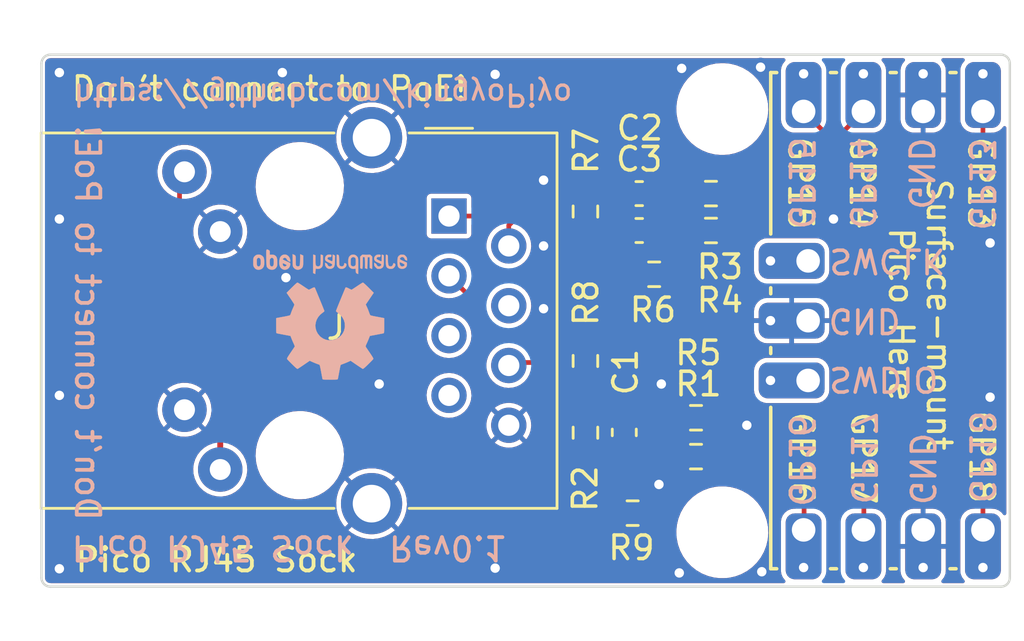
<source format=kicad_pcb>
(kicad_pcb (version 20211014) (generator pcbnew)
  (layers (0 "F.Cu" signal) (31 "B.Cu" signal) (34 "B.Paste" user) (35 "F.Paste" user) (36 "B.SilkS" user "B.Silkscreen") (37 "F.SilkS" user "F.Silkscreen") (38 "B.Mask" user) (39 "F.Mask" user) (44 "Edge.Cuts" user))
  (net 0 "")
  (net 1 "GND")
  (net 2 "Net-(C1-Pad2)")
  (net 3 "Net-(J4-PadR1)")
  (net 4 "Net-(C2-Pad2)")
  (net 5 "Net-(J4-PadR2)")
  (net 6 "Net-(C3-Pad2)")
  (net 7 "/LED_G")
  (net 8 "/TD-")
  (net 9 "/TD+")
  (net 12 "/RD+")
  (net 13 "/RD-")
  (net 14 "/LED_Y")
  (net 15 "Net-(J4-PadL1)")
  (net 16 "Net-(J4-PadL4)")
  (net 17 "Net-(J4-PadR3)")
  (footprint "" (layer "F.Cu") (at 185.0136 103.2906)
    (fp_text reference "" (at 0 0) (layer "F.SilkS") (effects (font (size 1.27 1.27))))
    (fp_text value "" (at 0 0) (layer "F.SilkS") (effects (font (size 1.27 1.27))))
    (pad "" np_thru_hole circle locked (at 0 0) (size 2.1 2.1) (drill 2.1) (layers F&B.Cu *.Mask) (clearance 0.9))
  )
  (footprint "rj45-sock:castellated_2.54mm_smd_x3" (layer "F.Cu") (at 188.66 94.299 -90)
    (fp_text reference "J2" hide)
    (fp_text value "Conn_01x03")
    (pad "1" thru_hole roundrect (at -2.54 0 270) (size 1.524 2.8) (drill 1 (offset 0 0.7)) (layers *.Cu *.Mask))
    (pad "1" thru_hole circle (at -2.54 1.6 270) (size 0.6 0.6) (drill 0.4) (layers *.Cu *.Mask))
    (pad "2" thru_hole roundrect (at 0 0 270) (size 1.524 2.8) (drill 1 (offset 0 0.7)) (layers *.Cu *.Mask) (net 1 "GND"))
    (pad "2" thru_hole circle (at 0 1.6 270) (size 0.6 0.6) (drill 0.4) (layers *.Cu *.Mask) (net 1 "GND"))
    (pad "3" thru_hole roundrect (at 2.54 0 270) (size 1.524 2.8) (drill 1 (offset 0 0.7)) (layers *.Cu *.Mask))
    (pad "3" thru_hole circle (at 2.54 1.6 270) (size 0.6 0.6) (drill 0.4) (layers *.Cu *.Mask))
  )
  (footprint "Capacitor_SMD:C_0603_1608Metric" (layer "F.Cu") (at 181.483 90.468)
    (fp_text reference "C3" (at 0 -3.027) (layer "F.SilkS"))
    (fp_text value "10n")
    (pad "1" smd roundrect (at -0.775 0) (size 0.9 0.95) (layers "F.Cu" "F.Paste" "F.Mask") (net 5 "Net-(J4-PadR2)"))
    (pad "2" smd roundrect (at 0.775 0) (size 0.9 0.95) (layers "F.Cu" "F.Paste" "F.Mask") (net 6 "Net-(C3-Pad2)"))
  )
  (footprint "Resistor_SMD:R_0603_1608Metric" (layer "F.Cu") (at 181.2036 102.4778 180)
    (fp_text reference "R9" (at 0.0508 -1.4732) (layer "F.SilkS"))
    (fp_text value "470")
    (pad "1" smd roundrect (at -0.825 0 180) (size 0.8 0.95) (layers "F.Cu" "F.Paste" "F.Mask") (net 14 "/LED_Y"))
    (pad "2" smd roundrect (at 0.825 0 180) (size 0.8 0.95) (layers "F.Cu" "F.Paste" "F.Mask") (net 15 "Net-(J4-PadL1)"))
  )
  (footprint "Resistor_SMD:R_0603_1608Metric" (layer "F.Cu") (at 183.896 100.076 180)
    (fp_text reference "R1" (at -0.1016 3.0846) (layer "F.SilkS"))
    (fp_text value "3.3k")
    (pad "1" smd roundrect (at -0.825 0 180) (size 0.8 0.95) (layers "F.Cu" "F.Paste" "F.Mask") (net 13 "/RD-"))
    (pad "2" smd roundrect (at 0.825 0 180) (size 0.8 0.95) (layers "F.Cu" "F.Paste" "F.Mask") (net 2 "Net-(C1-Pad2)"))
  )
  (footprint "Resistor_SMD:R_0603_1608Metric" (layer "F.Cu") (at 179.197 96.012 -90)
    (fp_text reference "R8" (at -2.475 -0.0254 90) (layer "F.SilkS"))
    (fp_text value "100")
    (pad "1" smd roundrect (at -0.825 0 270) (size 0.8 0.95) (layers "F.Cu" "F.Paste" "F.Mask") (net 17 "Net-(J4-PadR3)"))
    (pad "2" smd roundrect (at 0.825 0 270) (size 0.8 0.95) (layers "F.Cu" "F.Paste" "F.Mask") (net 2 "Net-(C1-Pad2)"))
  )
  (footprint "Capacitor_SMD:C_0603_1608Metric" (layer "F.Cu") (at 180.848 99.047 90)
    (fp_text reference "C1" (at 2.5636 0.0508 90) (layer "F.SilkS"))
    (fp_text value "1n")
    (pad "1" smd roundrect (at -0.775 0 90) (size 0.9 0.95) (layers "F.Cu" "F.Paste" "F.Mask") (net 1 "GND"))
    (pad "2" smd roundrect (at 0.775 0 90) (size 0.9 0.95) (layers "F.Cu" "F.Paste" "F.Mask") (net 2 "Net-(C1-Pad2)"))
  )
  (footprint "Resistor_SMD:R_0603_1608Metric" (layer "F.Cu") (at 184.531 88.9 180)
    (fp_text reference "R3" (at -0.381 -3.113) (layer "F.SilkS"))
    (fp_text value "47")
    (pad "1" smd roundrect (at -0.825 0 180) (size 0.8 0.95) (layers "F.Cu" "F.Paste" "F.Mask") (net 9 "/TD+"))
    (pad "2" smd roundrect (at 0.825 0 180) (size 0.8 0.95) (layers "F.Cu" "F.Paste" "F.Mask") (net 4 "Net-(C2-Pad2)"))
  )
  (footprint "Resistor_SMD:R_0603_1608Metric" (layer "F.Cu") (at 179.197 89.662 90)
    (fp_text reference "R7" (at 2.5766 0.0254 90) (layer "F.SilkS"))
    (fp_text value "N.C.")
    (pad "1" smd roundrect (at -0.825 0 90) (size 0.8 0.95) (layers "F.Cu" "F.Paste" "F.Mask") (net 5 "Net-(J4-PadR2)"))
    (pad "2" smd roundrect (at 0.825 0 90) (size 0.8 0.95) (layers "F.Cu" "F.Paste" "F.Mask") (net 3 "Net-(J4-PadR1)"))
  )
  (footprint "Connector_RJ:RJ45_Amphenol_RJMG1BD3B8K1ANR" (layer "F.Cu") (at 173.4004 89.854 -90)
    (fp_text reference "J4" (at 4.7332 4.3324) (layer "F.SilkS"))
    (fp_text value "RJ45_Amphenol_RJMG1BD3B8K1ANR")
    (pad "" np_thru_hole circle (at 10.16 6.34 270) (size 3.25 3.25) (drill 3.25) (layers *.Cu *.Mask))
    (pad "" np_thru_hole circle (at -1.27 6.34 270) (size 3.25 3.25) (drill 3.25) (layers *.Cu *.Mask))
    (pad "13" thru_hole circle (at -3.33 3.29 270) (size 2.6 2.6) (drill 1.6) (layers *.Cu *.Mask) (net 1 "GND"))
    (pad "13" thru_hole circle (at 12.22 3.29 270) (size 2.6 2.6) (drill 1.6) (layers *.Cu *.Mask) (net 1 "GND"))
    (pad "L1" thru_hole circle (at 10.77 9.72 270) (size 1.89 1.89) (drill 0.89) (layers *.Cu *.Mask) (net 15 "Net-(J4-PadL1)"))
    (pad "L2" thru_hole circle (at 8.23 11.24 270) (size 1.89 1.89) (drill 0.89) (layers *.Cu *.Mask) (net 1 "GND"))
    (pad "L3" thru_hole circle (at 0.66 9.72 270) (size 1.89 1.89) (drill 0.89) (layers *.Cu *.Mask) (net 1 "GND"))
    (pad "L4" thru_hole circle (at -1.88 11.24 270) (size 1.89 1.89) (drill 0.89) (layers *.Cu *.Mask) (net 16 "Net-(J4-PadL4)"))
    (pad "R1" thru_hole rect (at 0 0 270) (size 1.5 1.5) (drill 0.9) (layers *.Cu *.Mask) (net 3 "Net-(J4-PadR1)"))
    (pad "R2" thru_hole circle (at 1.27 -2.54 270) (size 1.5 1.5) (drill 0.9) (layers *.Cu *.Mask) (net 5 "Net-(J4-PadR2)"))
    (pad "R3" thru_hole circle (at 2.54 0 270) (size 1.5 1.5) (drill 0.9) (layers *.Cu *.Mask) (net 17 "Net-(J4-PadR3)"))
    (pad "R4" thru_hole circle (at 3.81 -2.54 270) (size 1.5 1.5) (drill 0.9) (layers *.Cu *.Mask))
    (pad "R5" thru_hole circle (at 5.08 0 270) (size 1.5 1.5) (drill 0.9) (layers *.Cu *.Mask))
    (pad "R6" thru_hole circle (at 6.35 -2.54 270) (size 1.5 1.5) (drill 0.9) (layers *.Cu *.Mask) (net 2 "Net-(C1-Pad2)"))
    (pad "R7" thru_hole circle (at 7.62 0 270) (size 1.5 1.5) (drill 0.9) (layers *.Cu *.Mask))
    (pad "R8" thru_hole circle (at 8.89 -2.54 270) (size 1.5 1.5) (drill 0.9) (layers *.Cu *.Mask) (net 1 "GND"))
  )
  (footprint "" (layer "F.Cu") (at 185.0136 85.3074)
    (fp_text reference "" (at 0 0) (layer "F.SilkS") (effects (font (size 1.27 1.27))))
    (fp_text value "" (at 0 0) (layer "F.SilkS") (effects (font (size 1.27 1.27))))
    (pad "" np_thru_hole circle locked (at 0 0) (size 2.1 2.1) (drill 2.1) (layers F&B.Cu *.Mask) (clearance 0.9))
  )
  (footprint "Resistor_SMD:R_0603_1608Metric" (layer "F.Cu") (at 179.198 99.06 90)
    (fp_text reference "R2" (at -2.378 -0.014 90) (layer "F.SilkS"))
    (fp_text value "2.7k")
    (pad "1" smd roundrect (at -0.825 0 90) (size 0.8 0.95) (layers "F.Cu" "F.Paste" "F.Mask") (net 1 "GND"))
    (pad "2" smd roundrect (at 0.825 0 90) (size 0.8 0.95) (layers "F.Cu" "F.Paste" "F.Mask") (net 2 "Net-(C1-Pad2)"))
  )
  (footprint "Resistor_SMD:R_0603_1608Metric" (layer "F.Cu") (at 183.896 98.425 180)
    (fp_text reference "R5" (at -0.1016 2.7544) (layer "F.SilkS"))
    (fp_text value "1k")
    (pad "1" smd roundrect (at -0.825 0 180) (size 0.8 0.95) (layers "F.Cu" "F.Paste" "F.Mask") (net 12 "/RD+"))
    (pad "2" smd roundrect (at 0.825 0 180) (size 0.8 0.95) (layers "F.Cu" "F.Paste" "F.Mask") (net 17 "Net-(J4-PadR3)"))
  )
  (footprint "Capacitor_SMD:C_0603_1608Metric" (layer "F.Cu") (at 181.483 88.9)
    (fp_text reference "C2" (at 0.0254 -2.7798) (layer "F.SilkS"))
    (fp_text value "10n")
    (pad "1" smd roundrect (at -0.775 0) (size 0.9 0.95) (layers "F.Cu" "F.Paste" "F.Mask") (net 3 "Net-(J4-PadR1)"))
    (pad "2" smd roundrect (at 0.775 0) (size 0.9 0.95) (layers "F.Cu" "F.Paste" "F.Mask") (net 4 "Net-(C2-Pad2)"))
  )
  (footprint "rj45-sock:castellated_2.54mm_smd_x4" (layer "F.Cu") (at 193.548 103.189)
    (fp_text reference "J3" hide)
    (fp_text value "Conn_01x04" hide)
    (pad "1" thru_hole roundrect (at -5.08 0) (size 1.524 2.8) (drill 1 (offset 0 0.7)) (layers *.Cu *.Mask) (net 13 "/RD-"))
    (pad "1" thru_hole circle (at -5.08 1.6) (size 0.6 0.6) (drill 0.4) (layers *.Cu *.Mask) (net 13 "/RD-"))
    (pad "2" thru_hole circle (at -2.54 1.6) (size 0.6 0.6) (drill 0.4) (layers *.Cu *.Mask) (net 12 "/RD+"))
    (pad "2" thru_hole roundrect (at -2.54 0) (size 1.524 2.8) (drill 1 (offset 0 0.7)) (layers *.Cu *.Mask) (net 12 "/RD+"))
    (pad "3" thru_hole roundrect (at 0 0) (size 1.524 2.8) (drill 1 (offset 0 0.7)) (layers *.Cu *.Mask) (net 1 "GND") (thermal_gap 0.2))
    (pad "3" thru_hole circle (at 0 1.6) (size 0.6 0.6) (drill 0.4) (layers *.Cu *.Mask) (net 1 "GND"))
    (pad "4" thru_hole circle (at 2.54 1.6) (size 0.6 0.6) (drill 0.4) (layers *.Cu *.Mask) (net 14 "/LED_Y"))
    (pad "4" thru_hole roundrect (at 2.54 0) (size 1.524 2.8) (drill 1 (offset 0 0.7)) (layers *.Cu *.Mask) (net 14 "/LED_Y"))
  )
  (footprint "Resistor_SMD:R_0603_1608Metric" (layer "F.Cu") (at 184.531 90.468 180)
    (fp_text reference "R4" (at -0.381 -2.9674) (layer "F.SilkS"))
    (fp_text value "47")
    (pad "1" smd roundrect (at -0.825 0 180) (size 0.8 0.95) (layers "F.Cu" "F.Paste" "F.Mask") (net 8 "/TD-"))
    (pad "2" smd roundrect (at 0.825 0 180) (size 0.8 0.95) (layers "F.Cu" "F.Paste" "F.Mask") (net 6 "Net-(C3-Pad2)"))
  )
  (footprint "Resistor_SMD:R_0603_1608Metric" (layer "F.Cu") (at 182.118 92.329 180)
    (fp_text reference "R6" (at 0.0508 -1.5128) (layer "F.SilkS"))
    (fp_text value "470")
    (pad "1" smd roundrect (at -0.825 0 180) (size 0.8 0.95) (layers "F.Cu" "F.Paste" "F.Mask") (net 7 "/LED_G"))
    (pad "2" smd roundrect (at 0.825 0 180) (size 0.8 0.95) (layers "F.Cu" "F.Paste" "F.Mask") (net 16 "Net-(J4-PadL4)"))
  )
  (footprint "rj45-sock:castellated_2.54mm_smd_x4" (layer "F.Cu") (at 191.008 85.409 180)
    (fp_text reference "J1" hide)
    (fp_text value "Conn_01x04" hide)
    (pad "1" thru_hole circle (at -5.08 1.6 180) (size 0.6 0.6) (drill 0.4) (layers *.Cu *.Mask) (net 7 "/LED_G"))
    (pad "1" thru_hole roundrect (at -5.08 0 180) (size 1.524 2.8) (drill 1 (offset 0 0.7)) (layers *.Cu *.Mask) (net 7 "/LED_G"))
    (pad "2" thru_hole circle (at -2.54 1.6 180) (size 0.6 0.6) (drill 0.4) (layers *.Cu *.Mask) (net 1 "GND"))
    (pad "2" thru_hole roundrect (at -2.54 0 180) (size 1.524 2.8) (drill 1 (offset 0 0.7)) (layers *.Cu *.Mask) (net 1 "GND"))
    (pad "3" thru_hole circle (at 0 1.6 180) (size 0.6 0.6) (drill 0.4) (layers *.Cu *.Mask) (net 8 "/TD-"))
    (pad "3" thru_hole roundrect (at 0 0 180) (size 1.524 2.8) (drill 1 (offset 0 0.7)) (layers *.Cu *.Mask) (net 8 "/TD-"))
    (pad "4" thru_hole roundrect (at 2.54 0 180) (size 1.524 2.8) (drill 1 (offset 0 0.7)) (layers *.Cu *.Mask) (net 9 "/TD+"))
    (pad "4" thru_hole circle (at 2.54 1.6 180) (size 0.6 0.6) (drill 0.4) (layers *.Cu *.Mask) (net 9 "/TD+"))
  )
  (footprint "Symbol:OSHW-Logo2_7.3x6mm_SilkScreen" (layer "B.Cu") (at 168.3512 94.045)
    (fp_text reference "REF**" hide)
    (fp_text value "OSHW-Logo2_7.3x6mm_SilkScreen" hide)
  )
  (gr_line (start 187.071 95.442) (end 187.071 95.696) (layer "F.SilkS") (width 0.15))
  (gr_line (start 187.071 83.758) (end 187.071 90.616) (layer "F.SilkS") (width 0.15))
  (gr_line (start 187.325 83.758) (end 187.071 83.758) (layer "F.SilkS") (width 0.15))
  (gr_line (start 187.071 104.84) (end 187.071 97.982) (layer "F.SilkS") (width 0.15))
  (gr_line (start 192.151 83.758) (end 192.405 83.758) (layer "F.SilkS") (width 0.15))
  (gr_line (start 194.945 104.84) (end 194.691 104.84) (layer "F.SilkS") (width 0.15))
  (gr_line (start 187.071 92.902) (end 187.071 93.156) (layer "F.SilkS") (width 0.15))
  (gr_line (start 189.865 104.84) (end 189.611 104.84) (layer "F.SilkS") (width 0.15))
  (gr_line (start 187.325 104.84) (end 187.071 104.84) (layer "F.SilkS") (width 0.15))
  (gr_line (start 192.405 104.84) (end 192.151 104.84) (layer "F.SilkS") (width 0.15))
  (gr_line (start 189.865 83.758) (end 189.611 83.758) (layer "F.SilkS") (width 0.15))
  (gr_line (start 194.691 83.758) (end 194.945 83.758) (layer "F.SilkS") (width 0.15))
  (gr_line (start 156.083 105.221) (end 156.083 83.377) (layer "Edge.Cuts") (width 0.1))
  (gr_line (start 197.231 83.377) (end 197.231 105.221) (layer "Edge.Cuts") (width 0.1))
  (gr_arc (start 196.85 82.996) (mid 197.119408 83.107592) (end 197.231 83.377) (layer "Edge.Cuts") (width 0.1))
  (gr_line (start 156.464 82.996) (end 196.85 82.996) (layer "Edge.Cuts") (width 0.1))
  (gr_arc (start 197.231 105.221) (mid 197.119408 105.490408) (end 196.85 105.602) (layer "Edge.Cuts") (width 0.1))
  (gr_arc (start 156.083 83.377) (mid 156.194592 83.107592) (end 156.464 82.996) (layer "Edge.Cuts") (width 0.1))
  (gr_arc (start 156.464 105.602) (mid 156.194592 105.490408) (end 156.083 105.221) (layer "Edge.Cuts") (width 0.1))
  (gr_line (start 196.85 105.602) (end 156.464 105.602) (layer "Edge.Cuts") (width 0.1))
  (gr_text "SWDIO" (at 191.8716 96.7882 180) (layer "B.SilkS") (effects (font (size 1 1)) (justify mirror)))
  (gr_text "Don't connect to PoE!" (at 158.0388 94.4006 270) (layer "B.SilkS") (effects (font (size 1 1) (thickness 0.16)) (justify mirror)))
  (gr_text "GND" (at 193.4464 88.0506 270) (layer "B.SilkS") (effects (font (size 1 1)) (justify mirror)))
  (gr_text "GP18" (at 196.0372 100.0902 270) (layer "B.SilkS") (effects (font (size 1 1)) (justify mirror)))
  (gr_text "https://github.com/kingyoPiyo" (at 168.0464 84.6978 180) (layer "B.SilkS") (effects (font (size 0.9 0.9) (thickness 0.14)) (justify mirror)))
  (gr_text "GP14" (at 190.9572 88.457 270) (layer "B.SilkS") (effects (font (size 1 1)) (justify mirror)))
  (gr_text "Pico RJ45 Sock  Rev0.1" (at 166.624 103.951 180) (layer "B.SilkS") (effects (font (size 1 1) (thickness 0.16)) (justify mirror)))
  (gr_text "SWCLK" (at 192.024 91.759 180) (layer "B.SilkS") (effects (font (size 1 1)) (justify mirror)))
  (gr_text "GND" (at 191.0588 94.299 180) (layer "B.SilkS") (effects (font (size 1 1)) (justify mirror)))
  (gr_text "GP13" (at 196.0372 88.5078 270) (layer "B.SilkS") (effects (font (size 1 1)) (justify mirror)))
  (gr_text "GP16" (at 188.3664 100.2426 270) (layer "B.SilkS") (effects (font (size 1 1)) (justify mirror)))
  (gr_text "GP15" (at 188.3664 88.457 270) (layer "B.SilkS") (effects (font (size 1 1)) (justify mirror)))
  (gr_text "GP17" (at 191.008 100.141 270) (layer "B.SilkS") (effects (font (size 1 1)) (justify mirror)))
  (gr_text "GND" (at 193.4972 100.5982 270) (layer "B.SilkS") (effects (font (size 1 1)) (justify mirror)))
  (gr_text "GP16" (at 188.3664 100.141 270) (layer "F.SilkS") (effects (font (size 1 1))))
  (gr_text "GP17" (at 191.008 100.141 270) (layer "F.SilkS") (effects (font (size 1 1))))
  (gr_text "GP13" (at 195.9864 88.457 270) (layer "F.SilkS") (effects (font (size 1 1))))
  (gr_text "GP15" (at 188.341 88.457 270) (layer "F.SilkS") (effects (font (size 1 1))))
  (gr_text "Surface-mount\nPico Here" (at 193.421 94.045 270) (layer "F.SilkS") (effects (font (size 1 1))))
  (gr_text "GP18" (at 196.0372 100.0902 270) (layer "F.SilkS") (effects (font (size 1 1))))
  (gr_text "Pico RJ45 Sock" (at 163.5252 104.459) (layer "F.SilkS") (effects (font (size 1 1) (thickness 0.16))))
  (gr_text "Don't connect to PoE!" (at 165.7604 84.4438) (layer "F.SilkS") (effects (font (size 1 1))))
  (gr_text "GP14" (at 190.9572 88.457 270) (layer "F.SilkS") (effects (font (size 1 1))))
  (via (at 166.4716 92.4702) (size 0.8) (drill 0.4) (layers "F.Cu" "B.Cu") (net 1))
  (via (at 156.845 83.758) (size 0.8) (drill 0.4) (layers "F.Cu" "B.Cu") (net 1))
  (via (at 186.6392 83.5294) (size 0.8) (drill 0.4) (layers "F.Cu" "B.Cu") (net 1))
  (via (at 156.845 89.981) (size 0.8) (drill 0.4) (layers "F.Cu" "B.Cu") (net 1))
  (via (at 175.3616 83.8342) (size 0.8) (drill 0.4) (layers "F.Cu" "B.Cu") (net 1))
  (via (at 177.419 93.791) (size 0.8) (drill 0.4) (layers "F.Cu" "B.Cu") (net 1))
  (via (at 175.3616 104.8146) (size 0.8) (drill 0.4) (layers "F.Cu" "B.Cu") (net 1))
  (via (at 170.434 96.9914) (size 0.8) (drill 0.4) (layers "F.Cu" "B.Cu") (net 1))
  (via (at 156.845 97.474) (size 0.8) (drill 0.4) (layers "F.Cu" "B.Cu") (net 1))
  (via (at 183.1848 105.0178) (size 0.8) (drill 0.4) (layers "F.Cu" "B.Cu") (net 1))
  (via (at 186.055 98.744) (size 0.8) (drill 0.4) (layers "F.Cu" "B.Cu") (net 1))
  (via (at 196.3928 97.5502) (size 0.8) (drill 0.4) (layers "F.Cu" "B.Cu") (net 1))
  (via (at 182.3212 101.2586) (size 0.8) (drill 0.4) (layers "F.Cu" "B.Cu") (net 1))
  (via (at 183.2864 83.5802) (size 0.8) (drill 0.4) (layers "F.Cu" "B.Cu") (net 1))
  (via (at 177.419 88.33) (size 0.8) (drill 0.4) (layers "F.Cu" "B.Cu") (net 1))
  (via (at 196.3928 90.997) (size 0.8) (drill 0.4) (layers "F.Cu" "B.Cu") (net 1))
  (via (at 186.69 104.967) (size 0.8) (drill 0.4) (layers "F.Cu" "B.Cu") (net 1))
  (via (at 189.738 89.981) (size 0.8) (drill 0.4) (layers "F.Cu" "B.Cu") (net 1))
  (via (at 156.845 104.84) (size 0.8) (drill 0.4) (layers "F.Cu" "B.Cu") (net 1))
  (via (at 182.4228 96.9914) (size 0.8) (drill 0.4) (layers "F.Cu" "B.Cu") (net 1))
  (via (at 166.3192 83.758) (size 0.8) (drill 0.4) (layers "F.Cu" "B.Cu") (net 1))
  (via (at 177.419 91.124) (size 0.8) (drill 0.4) (layers "F.Cu" "B.Cu") (net 1))
  (segment (start 180.811 98.235) (end 180.848 98.272) (width 0.2) (layer "F.Cu") (net 2))
  (segment (start 179.197 96.2548) (end 179.0192 96.077) (width 0.2) (layer "F.Cu") (net 2))
  (segment (start 179.0192 96.077) (end 176.0674 96.077) (width 0.2) (layer "F.Cu") (net 2))
  (segment (start 182.372 100.076) (end 181.991 99.695) (width 0.2) (layer "F.Cu") (net 2))
  (segment (start 183.071 100.076) (end 182.372 100.076) (width 0.2) (layer "F.Cu") (net 2))
  (segment (start 179.198 98.235) (end 180.811 98.235) (width 0.2) (layer "F.Cu") (net 2))
  (segment (start 179.198 98.235) (end 179.198 96.838) (width 0.2) (layer "F.Cu") (net 2))
  (segment (start 179.197 96.837) (end 179.197 96.2548) (width 0.2) (layer "F.Cu") (net 2))
  (segment (start 181.991 98.6678) (end 181.5952 98.272) (width 0.2) (layer "F.Cu") (net 2))
  (segment (start 181.991 99.695) (end 181.991 98.6678) (width 0.2) (layer "F.Cu") (net 2))
  (segment (start 179.198 96.838) (end 179.197 96.837) (width 0.2) (layer "F.Cu") (net 2))
  (segment (start 176.0674 96.077) (end 175.9404 96.204) (width 0.2) (layer "F.Cu") (net 2))
  (segment (start 181.5952 98.272) (end 180.848 98.272) (width 0.2) (layer "F.Cu") (net 2))
  (segment (start 179.26 88.9) (end 179.197 88.837) (width 0.2) (layer "F.Cu") (net 3))
  (segment (start 176.04052 89.38948) (end 175.576 89.854) (width 0.2) (layer "F.Cu") (net 3))
  (segment (start 175.576 89.854) (end 173.4004 89.854) (width 0.2) (layer "F.Cu") (net 3))
  (segment (start 180.708 88.9) (end 179.26 88.9) (width 0.2) (layer "F.Cu") (net 3))
  (segment (start 178.64452 89.38948) (end 176.04052 89.38948) (width 0.2) (layer "F.Cu") (net 3))
  (segment (start 179.197 88.837) (end 178.64452 89.38948) (width 0.2) (layer "F.Cu") (net 3))
  (segment (start 183.706 88.9) (end 182.258 88.9) (width 0.2) (layer "F.Cu") (net 4))
  (segment (start 178.562 89.789) (end 176.403 89.789) (width 0.2) (layer "F.Cu") (net 5))
  (segment (start 176.403 89.789) (end 175.9404 90.2516) (width 0.2) (layer "F.Cu") (net 5))
  (segment (start 180.708 90.468) (end 179.216 90.468) (width 0.2) (layer "F.Cu") (net 5))
  (segment (start 179.216 90.468) (end 179.197 90.487) (width 0.2) (layer "F.Cu") (net 5))
  (segment (start 175.9404 90.2516) (end 175.9404 91.124) (width 0.2) (layer "F.Cu") (net 5))
  (segment (start 179.197 90.424) (end 178.562 89.789) (width 0.2) (layer "F.Cu") (net 5))
  (segment (start 179.197 90.487) (end 179.197 90.424) (width 0.2) (layer "F.Cu") (net 5))
  (segment (start 183.706 90.468) (end 182.258 90.468) (width 0.2) (layer "F.Cu") (net 6))
  (segment (start 196.088 85.758) (end 196.088 87.06) (width 0.2) (layer "F.Cu") (net 7))
  (segment (start 190.119 93.029) (end 185.993 93.029) (width 0.2) (layer "F.Cu") (net 7))
  (segment (start 196.378 85.468) (end 196.088 85.758) (width 0.2) (layer "F.Cu") (net 7))
  (segment (start 196.088 87.06) (end 190.119 93.029) (width 0.2) (layer "F.Cu") (net 7))
  (segment (start 185.293 92.329) (end 182.943 92.329) (width 0.2) (layer "F.Cu") (net 7))
  (segment (start 185.993 93.029) (end 185.293 92.329) (width 0.2) (layer "F.Cu") (net 7))
  (segment (start 191.008 85.409) (end 189.963001 86.453999) (width 0.2) (layer "F.Cu") (net 8))
  (segment (start 185.914999 89.909001) (end 185.356 90.468) (width 0.2) (layer "F.Cu") (net 8))
  (segment (start 189.963001 86.453999) (end 189.963001 88.397799) (width 0.2) (layer "F.Cu") (net 8))
  (segment (start 188.451799 89.909001) (end 185.914999 89.909001) (width 0.2) (layer "F.Cu") (net 8))
  (segment (start 189.963001 88.397799) (end 188.451799 89.909001) (width 0.2) (layer "F.Cu") (net 8))
  (segment (start 185.914999 89.458999) (end 185.356 88.9) (width 0.2) (layer "F.Cu") (net 9))
  (segment (start 189.512999 88.211401) (end 188.265401 89.458999) (width 0.2) (layer "F.Cu") (net 9))
  (segment (start 189.512999 86.453999) (end 189.512999 88.211401) (width 0.2) (layer "F.Cu") (net 9))
  (segment (start 188.468 85.409) (end 189.512999 86.453999) (width 0.2) (layer "F.Cu") (net 9))
  (segment (start 188.265401 89.458999) (end 185.914999 89.458999) (width 0.2) (layer "F.Cu") (net 9))
  (segment (start 188.595 99.633) (end 185.929 99.633) (width 0.2) (layer "F.Cu") (net 12))
  (segment (start 185.929 99.633) (end 184.721 98.425) (width 0.2) (layer "F.Cu") (net 12))
  (segment (start 191.028 102.066) (end 188.595 99.633) (width 0.2) (layer "F.Cu") (net 12))
  (segment (start 191.028 102.968) (end 191.028 102.066) (width 0.2) (layer "F.Cu") (net 12))
  (segment (start 188.488 100.858) (end 187.706 100.076) (width 0.2) (layer "F.Cu") (net 13))
  (segment (start 187.706 100.076) (end 184.721 100.076) (width 0.2) (layer "F.Cu") (net 13))
  (segment (start 188.488 102.968) (end 188.488 100.858) (width 0.2) (layer "F.Cu") (net 13))
  (segment (start 184.339 97.347) (end 183.896 97.79) (width 0.2) (layer "F.Cu") (net 14))
  (segment (start 196.088 101.346) (end 193.04 98.298) (width 0.2) (layer "F.Cu") (net 14))
  (segment (start 183.896 97.79) (end 183.896 100.903) (width 0.2) (layer "F.Cu") (net 14))
  (segment (start 196.108 102.968) (end 196.088 102.948) (width 0.2) (layer "F.Cu") (net 14))
  (segment (start 186.625 98.298) (end 185.674 97.347) (width 0.2) (layer "F.Cu") (net 14))
  (segment (start 182.3212 102.4778) (end 182.0286 102.4778) (width 0.2) (layer "F.Cu") (net 14))
  (segment (start 183.896 100.903) (end 182.3212 102.4778) (width 0.2) (layer "F.Cu") (net 14))
  (segment (start 185.674 97.347) (end 184.339 97.347) (width 0.2) (layer "F.Cu") (net 14))
  (segment (start 193.04 98.298) (end 186.625 98.298) (width 0.2) (layer "F.Cu") (net 14))
  (segment (start 196.088 102.948) (end 196.088 101.346) (width 0.2) (layer "F.Cu") (net 14))
  (segment (start 177.1396 101.2078) (end 172.6184 101.2078) (width 0.25) (layer "F.Cu") (net 15))
  (segment (start 172.6184 101.2078) (end 168.7576 97.347) (width 0.25) (layer "F.Cu") (net 15))
  (segment (start 165.4048 97.347) (end 163.6804 99.0714) (width 0.25) (layer "F.Cu") (net 15))
  (segment (start 168.7576 97.347) (end 165.4048 97.347) (width 0.25) (layer "F.Cu") (net 15))
  (segment (start 178.4096 102.4778) (end 177.1396 101.2078) (width 0.25) (layer "F.Cu") (net 15))
  (segment (start 180.3786 102.4778) (end 178.4096 102.4778) (width 0.25) (layer "F.Cu") (net 15))
  (segment (start 163.6804 99.0714) (end 163.6804 100.624) (width 0.25) (layer "F.Cu") (net 15))
  (segment (start 174.2076 91.3526) (end 173.843234 91.3526) (width 0.2) (layer "F.Cu") (net 16))
  (segment (start 175.311 92.456) (end 174.2076 91.3526) (width 0.2) (layer "F.Cu") (net 16))
  (segment (start 165.920911 91.344489) (end 164.7952 92.4702) (width 0.2) (layer "F.Cu") (net 16))
  (segment (start 173.835123 91.344489) (end 165.920911 91.344489) (width 0.2) (layer "F.Cu") (net 16))
  (segment (start 162.7632 92.4702) (end 161.9504 91.6574) (width 0.2) (layer "F.Cu") (net 16))
  (segment (start 164.7952 92.4702) (end 162.7632 92.4702) (width 0.2) (layer "F.Cu") (net 16))
  (segment (start 173.843234 91.3526) (end 173.835123 91.344489) (width 0.2) (layer "F.Cu") (net 16))
  (segment (start 181.166 92.456) (end 175.311 92.456) (width 0.2) (layer "F.Cu") (net 16))
  (segment (start 181.293 92.329) (end 181.166 92.456) (width 0.2) (layer "F.Cu") (net 16))
  (segment (start 161.9504 91.6574) (end 161.9504 88.2966) (width 0.2) (layer "F.Cu") (net 16))
  (segment (start 161.9504 88.2966) (end 162.104 88.143) (width 0.2) (layer "F.Cu") (net 16))
  (segment (start 174.6504 93.644) (end 174.6504 94.1466) (width 0.2) (layer "F.Cu") (net 17))
  (segment (start 180.0718 95.25) (end 180.467 95.6452) (width 0.2) (layer "F.Cu") (net 17))
  (segment (start 176.5808 94.9594) (end 176.8084 95.187) (width 0.2) (layer "F.Cu") (net 17))
  (segment (start 175.4632 94.9594) (end 176.5808 94.9594) (width 0.2) (layer "F.Cu") (net 17))
  (segment (start 179.26 95.25) (end 180.0718 95.25) (width 0.2) (layer "F.Cu") (net 17))
  (segment (start 180.467 96.393) (end 182.499 98.425) (width 0.2) (layer "F.Cu") (net 17))
  (segment (start 173.4004 92.394) (end 174.6504 93.644) (width 0.2) (layer "F.Cu") (net 17))
  (segment (start 174.6504 94.1466) (end 175.4632 94.9594) (width 0.2) (layer "F.Cu") (net 17))
  (segment (start 180.467 95.6452) (end 180.467 96.393) (width 0.2) (layer "F.Cu") (net 17))
  (segment (start 179.197 95.187) (end 179.26 95.25) (width 0.2) (layer "F.Cu") (net 17))
  (segment (start 176.8084 95.187) (end 179.197 95.187) (width 0.2) (layer "F.Cu") (net 17))
  (segment (start 182.499 98.425) (end 183.071 98.425) (width 0.2) (layer "F.Cu") (net 17))
  (zone (net 1) (net_name "GND") (layers F&B.Cu) (connect_pads (clearance 0.15)) (min_thickness 0.15) (fill yes (thermal_gap 0.2) (thermal_bridge_width 0.2))
    (polygon (pts (xy 155.5906 82.603) (xy 197.837 82.603) (xy 197.837 105.833) (xy 155.5906 105.833)))
  )
)
</source>
